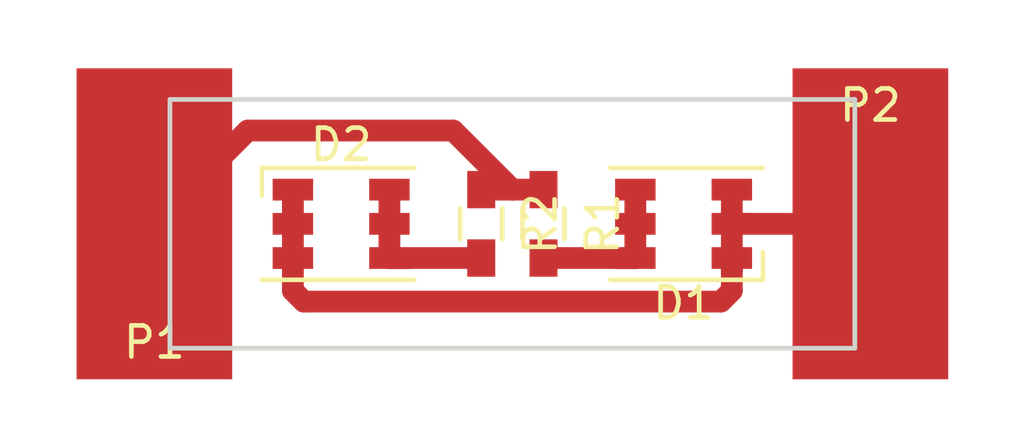
<source format=kicad_pcb>
(kicad_pcb (version 4) (host pcbnew 4.0.4+e1-6308~48~ubuntu16.04.1-stable)

  (general
    (links 14)
    (no_connects 14)
    (area 134.466667 108.675 167.533334 123.425)
    (thickness 1.6)
    (drawings 4)
    (tracks 23)
    (zones 0)
    (modules 6)
    (nets 5)
  )

  (page A4)
  (layers
    (0 F.Cu signal)
    (31 B.Cu signal)
    (32 B.Adhes user)
    (33 F.Adhes user)
    (34 B.Paste user)
    (35 F.Paste user)
    (36 B.SilkS user)
    (37 F.SilkS user)
    (38 B.Mask user)
    (39 F.Mask user)
    (40 Dwgs.User user)
    (41 Cmts.User user)
    (42 Eco1.User user)
    (43 Eco2.User user)
    (44 Edge.Cuts user)
    (45 Margin user)
    (46 B.CrtYd user)
    (47 F.CrtYd user)
    (48 B.Fab user)
    (49 F.Fab user)
  )

  (setup
    (last_trace_width 0.7)
    (trace_clearance 0.2)
    (zone_clearance 0.508)
    (zone_45_only no)
    (trace_min 0.2)
    (segment_width 0.2)
    (edge_width 0.15)
    (via_size 0.6)
    (via_drill 0.4)
    (via_min_size 0.4)
    (via_min_drill 0.3)
    (uvia_size 0.3)
    (uvia_drill 0.1)
    (uvias_allowed no)
    (uvia_min_size 0.2)
    (uvia_min_drill 0.1)
    (pcb_text_width 0.3)
    (pcb_text_size 1.5 1.5)
    (mod_edge_width 0.15)
    (mod_text_size 1 1)
    (mod_text_width 0.15)
    (pad_size 1.524 1.524)
    (pad_drill 0.762)
    (pad_to_mask_clearance 0.2)
    (aux_axis_origin 0 0)
    (visible_elements FFFFFF7F)
    (pcbplotparams
      (layerselection 0x00000_00000001)
      (usegerberextensions false)
      (excludeedgelayer false)
      (linewidth 0.100000)
      (plotframeref false)
      (viasonmask false)
      (mode 1)
      (useauxorigin false)
      (hpglpennumber 1)
      (hpglpenspeed 20)
      (hpglpendiameter 15)
      (hpglpenoverlay 2)
      (psnegative false)
      (psa4output false)
      (plotreference false)
      (plotvalue false)
      (plotinvisibletext false)
      (padsonsilk false)
      (subtractmaskfromsilk false)
      (outputformat 5)
      (mirror true)
      (drillshape 0)
      (scaleselection 1)
      (outputdirectory ""))
  )

  (net 0 "")
  (net 1 "Net-(D1-Pad1)")
  (net 2 "Net-(D1-Pad4)")
  (net 3 "Net-(D2-Pad4)")
  (net 4 "Net-(P1-Pad1)")

  (net_class Default "This is the default net class."
    (clearance 0.2)
    (trace_width 0.7)
    (via_dia 0.6)
    (via_drill 0.4)
    (uvia_dia 0.3)
    (uvia_drill 0.1)
    (add_net "Net-(D1-Pad1)")
    (add_net "Net-(D1-Pad4)")
    (add_net "Net-(D2-Pad4)")
    (add_net "Net-(P1-Pad1)")
  )

  (module LEDs:LED_RGB_PLLC-6 (layer F.Cu) (tedit 555EF111) (tstamp 57D1C359)
    (at 156.5 116 180)
    (descr "RGB LED PLLC-6")
    (tags "RGB LED PLLC-6")
    (path /57D1C253)
    (attr smd)
    (fp_text reference D1 (at 0 -2.55 360) (layer F.SilkS)
      (effects (font (size 1 1) (thickness 0.15)))
    )
    (fp_text value 5050_White (at 0 2.8 180) (layer F.Fab)
      (effects (font (size 1 1) (thickness 0.15)))
    )
    (fp_line (start -2.55 -1.8) (end -2.55 -0.9) (layer F.SilkS) (width 0.15))
    (fp_line (start 2.65 -2) (end 2.65 2) (layer F.CrtYd) (width 0.05))
    (fp_line (start -2.75 -2) (end -2.75 2) (layer F.CrtYd) (width 0.05))
    (fp_line (start -2.75 2) (end 2.65 2) (layer F.CrtYd) (width 0.05))
    (fp_line (start -2.75 -2) (end 2.65 -2) (layer F.CrtYd) (width 0.05))
    (fp_line (start -2.55 1.8) (end 2.35 1.8) (layer F.SilkS) (width 0.15))
    (fp_line (start 2.35 -1.8) (end -2.55 -1.8) (layer F.SilkS) (width 0.15))
    (pad 1 smd rect (at -1.55 -1.1 270) (size 0.7 1.3) (layers F.Cu F.Paste F.Mask)
      (net 1 "Net-(D1-Pad1)"))
    (pad 2 smd rect (at -1.55 0 270) (size 0.7 1.3) (layers F.Cu F.Paste F.Mask)
      (net 1 "Net-(D1-Pad1)"))
    (pad 3 smd rect (at -1.55 1.1 270) (size 0.7 1.3) (layers F.Cu F.Paste F.Mask)
      (net 1 "Net-(D1-Pad1)"))
    (pad 4 smd rect (at 1.55 1.1 270) (size 0.7 1.3) (layers F.Cu F.Paste F.Mask)
      (net 2 "Net-(D1-Pad4)"))
    (pad 5 smd rect (at 1.55 0 270) (size 0.7 1.3) (layers F.Cu F.Paste F.Mask)
      (net 2 "Net-(D1-Pad4)"))
    (pad 6 smd rect (at 1.55 -1.1 270) (size 0.7 1.3) (layers F.Cu F.Paste F.Mask)
      (net 2 "Net-(D1-Pad4)"))
  )

  (module LEDs:LED_RGB_PLLC-6 (layer F.Cu) (tedit 555EF111) (tstamp 57D1C363)
    (at 145.5 116)
    (descr "RGB LED PLLC-6")
    (tags "RGB LED PLLC-6")
    (path /57D1C2FF)
    (attr smd)
    (fp_text reference D2 (at 0 -2.55 180) (layer F.SilkS)
      (effects (font (size 1 1) (thickness 0.15)))
    )
    (fp_text value 5050_White (at 0 2.8) (layer F.Fab)
      (effects (font (size 1 1) (thickness 0.15)))
    )
    (fp_line (start -2.55 -1.8) (end -2.55 -0.9) (layer F.SilkS) (width 0.15))
    (fp_line (start 2.65 -2) (end 2.65 2) (layer F.CrtYd) (width 0.05))
    (fp_line (start -2.75 -2) (end -2.75 2) (layer F.CrtYd) (width 0.05))
    (fp_line (start -2.75 2) (end 2.65 2) (layer F.CrtYd) (width 0.05))
    (fp_line (start -2.75 -2) (end 2.65 -2) (layer F.CrtYd) (width 0.05))
    (fp_line (start -2.55 1.8) (end 2.35 1.8) (layer F.SilkS) (width 0.15))
    (fp_line (start 2.35 -1.8) (end -2.55 -1.8) (layer F.SilkS) (width 0.15))
    (pad 1 smd rect (at -1.55 -1.1 90) (size 0.7 1.3) (layers F.Cu F.Paste F.Mask)
      (net 1 "Net-(D1-Pad1)"))
    (pad 2 smd rect (at -1.55 0 90) (size 0.7 1.3) (layers F.Cu F.Paste F.Mask)
      (net 1 "Net-(D1-Pad1)"))
    (pad 3 smd rect (at -1.55 1.1 90) (size 0.7 1.3) (layers F.Cu F.Paste F.Mask)
      (net 1 "Net-(D1-Pad1)"))
    (pad 4 smd rect (at 1.55 1.1 90) (size 0.7 1.3) (layers F.Cu F.Paste F.Mask)
      (net 3 "Net-(D2-Pad4)"))
    (pad 5 smd rect (at 1.55 0 90) (size 0.7 1.3) (layers F.Cu F.Paste F.Mask)
      (net 3 "Net-(D2-Pad4)"))
    (pad 6 smd rect (at 1.55 -1.1 90) (size 0.7 1.3) (layers F.Cu F.Paste F.Mask)
      (net 3 "Net-(D2-Pad4)"))
  )

  (module Resistors_SMD:R_0603_HandSoldering (layer F.Cu) (tedit 5418A00F) (tstamp 57D1C36F)
    (at 152 116 270)
    (descr "Resistor SMD 0603, hand soldering")
    (tags "resistor 0603")
    (path /57D1C363)
    (attr smd)
    (fp_text reference R1 (at 0 -1.9 270) (layer F.SilkS)
      (effects (font (size 1 1) (thickness 0.15)))
    )
    (fp_text value 330R (at 0 1.9 270) (layer F.Fab)
      (effects (font (size 1 1) (thickness 0.15)))
    )
    (fp_line (start -2 -0.8) (end 2 -0.8) (layer F.CrtYd) (width 0.05))
    (fp_line (start -2 0.8) (end 2 0.8) (layer F.CrtYd) (width 0.05))
    (fp_line (start -2 -0.8) (end -2 0.8) (layer F.CrtYd) (width 0.05))
    (fp_line (start 2 -0.8) (end 2 0.8) (layer F.CrtYd) (width 0.05))
    (fp_line (start 0.5 0.675) (end -0.5 0.675) (layer F.SilkS) (width 0.15))
    (fp_line (start -0.5 -0.675) (end 0.5 -0.675) (layer F.SilkS) (width 0.15))
    (pad 1 smd rect (at -1.1 0 270) (size 1.2 0.9) (layers F.Cu F.Paste F.Mask)
      (net 4 "Net-(P1-Pad1)"))
    (pad 2 smd rect (at 1.1 0 270) (size 1.2 0.9) (layers F.Cu F.Paste F.Mask)
      (net 2 "Net-(D1-Pad4)"))
    (model Resistors_SMD.3dshapes/R_0603_HandSoldering.wrl
      (at (xyz 0 0 0))
      (scale (xyz 1 1 1))
      (rotate (xyz 0 0 0))
    )
  )

  (module Resistors_SMD:R_0603_HandSoldering (layer F.Cu) (tedit 5418A00F) (tstamp 57D1C375)
    (at 150 116 270)
    (descr "Resistor SMD 0603, hand soldering")
    (tags "resistor 0603")
    (path /57D1C3E0)
    (attr smd)
    (fp_text reference R2 (at 0 -1.9 270) (layer F.SilkS)
      (effects (font (size 1 1) (thickness 0.15)))
    )
    (fp_text value 330R (at 0 1.9 270) (layer F.Fab)
      (effects (font (size 1 1) (thickness 0.15)))
    )
    (fp_line (start -2 -0.8) (end 2 -0.8) (layer F.CrtYd) (width 0.05))
    (fp_line (start -2 0.8) (end 2 0.8) (layer F.CrtYd) (width 0.05))
    (fp_line (start -2 -0.8) (end -2 0.8) (layer F.CrtYd) (width 0.05))
    (fp_line (start 2 -0.8) (end 2 0.8) (layer F.CrtYd) (width 0.05))
    (fp_line (start 0.5 0.675) (end -0.5 0.675) (layer F.SilkS) (width 0.15))
    (fp_line (start -0.5 -0.675) (end 0.5 -0.675) (layer F.SilkS) (width 0.15))
    (pad 1 smd rect (at -1.1 0 270) (size 1.2 0.9) (layers F.Cu F.Paste F.Mask)
      (net 4 "Net-(P1-Pad1)"))
    (pad 2 smd rect (at 1.1 0 270) (size 1.2 0.9) (layers F.Cu F.Paste F.Mask)
      (net 3 "Net-(D2-Pad4)"))
    (model Resistors_SMD.3dshapes/R_0603_HandSoldering.wrl
      (at (xyz 0 0 0))
      (scale (xyz 1 1 1))
      (rotate (xyz 0 0 0))
    )
  )

  (module Wire_Pads:SolderWirePad_single_SMD_5x10mm (layer F.Cu) (tedit 5640A485) (tstamp 57D1C4F1)
    (at 139.5 116 180)
    (descr "Wire Pad, Square, SMD Pad,  5mm x 10mm,")
    (tags "MesurementPoint Square SMDPad 5mmx10mm ")
    (path /57D1C7C0)
    (attr smd)
    (fp_text reference P1 (at 0 -3.81 180) (layer F.SilkS)
      (effects (font (size 1 1) (thickness 0.15)))
    )
    (fp_text value CONN_01X01 (at 0 6.35 180) (layer F.Fab)
      (effects (font (size 1 1) (thickness 0.15)))
    )
    (fp_line (start 2.75 -5.25) (end -2.75 -5.25) (layer F.CrtYd) (width 0.05))
    (fp_line (start 2.75 5.25) (end 2.75 -5.25) (layer F.CrtYd) (width 0.05))
    (fp_line (start -2.75 5.25) (end 2.75 5.25) (layer F.CrtYd) (width 0.05))
    (fp_line (start -2.75 -5.25) (end -2.75 5.25) (layer F.CrtYd) (width 0.05))
    (pad 1 smd rect (at 0 0 180) (size 5 10) (layers F.Cu F.Paste F.Mask)
      (net 4 "Net-(P1-Pad1)"))
  )

  (module Wire_Pads:SolderWirePad_single_SMD_5x10mm (layer F.Cu) (tedit 5640A485) (tstamp 57D1C4F9)
    (at 162.5 116)
    (descr "Wire Pad, Square, SMD Pad,  5mm x 10mm,")
    (tags "MesurementPoint Square SMDPad 5mmx10mm ")
    (path /57D1C756)
    (attr smd)
    (fp_text reference P2 (at 0 -3.81) (layer F.SilkS)
      (effects (font (size 1 1) (thickness 0.15)))
    )
    (fp_text value CONN_01X01 (at 0 6.35) (layer F.Fab)
      (effects (font (size 1 1) (thickness 0.15)))
    )
    (fp_line (start 2.75 -5.25) (end -2.75 -5.25) (layer F.CrtYd) (width 0.05))
    (fp_line (start 2.75 5.25) (end 2.75 -5.25) (layer F.CrtYd) (width 0.05))
    (fp_line (start -2.75 5.25) (end 2.75 5.25) (layer F.CrtYd) (width 0.05))
    (fp_line (start -2.75 -5.25) (end -2.75 5.25) (layer F.CrtYd) (width 0.05))
    (pad 1 smd rect (at 0 0) (size 5 10) (layers F.Cu F.Paste F.Mask)
      (net 1 "Net-(D1-Pad1)"))
  )

  (gr_line (start 140 112) (end 140 120) (layer Edge.Cuts) (width 0.15))
  (gr_line (start 162 112) (end 140 112) (layer Edge.Cuts) (width 0.15))
  (gr_line (start 162 120) (end 162 112) (layer Edge.Cuts) (width 0.15))
  (gr_line (start 140 120) (end 162 120) (layer Edge.Cuts) (width 0.15))

  (segment (start 158.05 116) (end 162.5 116) (width 0.7) (layer F.Cu) (net 1))
  (segment (start 158.05 114.9) (end 158.05 116) (width 0.7) (layer F.Cu) (net 1))
  (segment (start 158.05 117.5) (end 158.05 117.1) (width 0.7) (layer F.Cu) (net 1))
  (segment (start 158.05 118.15) (end 158.05 117.5) (width 0.7) (layer F.Cu) (net 1))
  (segment (start 158.05 117.5) (end 158.05 116) (width 0.7) (layer F.Cu) (net 1))
  (segment (start 143.95 117.1) (end 143.95 118.15) (width 0.7) (layer F.Cu) (net 1))
  (segment (start 143.95 118.15) (end 144.3 118.5) (width 0.7) (layer F.Cu) (net 1))
  (segment (start 144.3 118.5) (end 157.7 118.5) (width 0.7) (layer F.Cu) (net 1))
  (segment (start 157.7 118.5) (end 158.05 118.15) (width 0.7) (layer F.Cu) (net 1))
  (segment (start 143.95 116) (end 143.95 117.1) (width 0.7) (layer F.Cu) (net 1))
  (segment (start 143.95 114.9) (end 143.95 116) (width 0.7) (layer F.Cu) (net 1))
  (segment (start 154.95 116) (end 154.95 114.9) (width 0.7) (layer F.Cu) (net 2))
  (segment (start 154.95 117.1) (end 154.95 116) (width 0.7) (layer F.Cu) (net 2))
  (segment (start 152 117.1) (end 154.95 117.1) (width 0.7) (layer F.Cu) (net 2))
  (segment (start 150 117.1) (end 147.05 117.1) (width 0.7) (layer F.Cu) (net 3))
  (segment (start 149.9 117.1) (end 150 117.2) (width 0.7) (layer F.Cu) (net 3))
  (segment (start 147.05 116) (end 147.05 117.1) (width 0.7) (layer F.Cu) (net 3))
  (segment (start 147.05 114.9) (end 147.05 116) (width 0.7) (layer F.Cu) (net 3))
  (segment (start 142.5 113) (end 139.5 116) (width 0.7) (layer F.Cu) (net 4))
  (segment (start 149.1 113) (end 142.5 113) (width 0.7) (layer F.Cu) (net 4))
  (segment (start 151 114.9) (end 150 114.9) (width 0.7) (layer F.Cu) (net 4))
  (segment (start 152 114.9) (end 151 114.9) (width 0.7) (layer F.Cu) (net 4))
  (segment (start 151 114.9) (end 149.1 113) (width 0.7) (layer F.Cu) (net 4))

)

</source>
